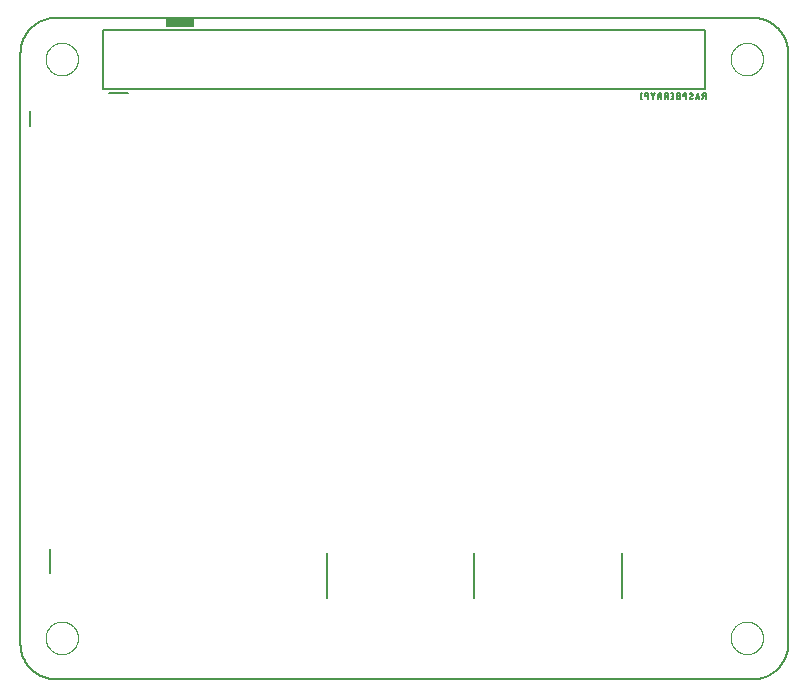
<source format=gbo>
G04 EAGLE Gerber RS-274X export*
G75*
%MOMM*%
%FSLAX34Y34*%
%LPD*%
%INSilk bottom*%
%IPPOS*%
%AMOC8*
5,1,8,0,0,1.08239X$1,22.5*%
G01*
%ADD10C,0.000000*%
%ADD11C,0.152400*%
%ADD12C,0.203200*%
%ADD13C,0.127000*%

G36*
X146005Y551954D02*
X146005Y551954D01*
X146008Y551951D01*
X146317Y552000D01*
X146325Y552008D01*
X146331Y552005D01*
X146610Y552147D01*
X146615Y552157D01*
X146623Y552156D01*
X146844Y552377D01*
X146845Y552389D01*
X146853Y552390D01*
X146995Y552669D01*
X146994Y552673D01*
X146998Y552676D01*
X146995Y552680D01*
X147000Y552683D01*
X147049Y552992D01*
X147046Y552997D01*
X147049Y553000D01*
X147049Y560000D01*
X147013Y560047D01*
X147006Y560042D01*
X147000Y560049D01*
X123000Y560049D01*
X122953Y560013D01*
X122958Y560006D01*
X122951Y560000D01*
X122951Y553000D01*
X122954Y552995D01*
X122951Y552992D01*
X123000Y552683D01*
X123008Y552675D01*
X123005Y552669D01*
X123147Y552390D01*
X123157Y552385D01*
X123156Y552377D01*
X123377Y552156D01*
X123389Y552155D01*
X123390Y552147D01*
X123669Y552005D01*
X123680Y552007D01*
X123683Y552000D01*
X123992Y551951D01*
X123997Y551954D01*
X124000Y551951D01*
X146000Y551951D01*
X146005Y551954D01*
G37*
D10*
X21250Y525000D02*
X21254Y525337D01*
X21267Y525675D01*
X21287Y526012D01*
X21316Y526348D01*
X21353Y526683D01*
X21399Y527018D01*
X21452Y527351D01*
X21514Y527682D01*
X21584Y528013D01*
X21662Y528341D01*
X21748Y528667D01*
X21842Y528991D01*
X21944Y529313D01*
X22054Y529632D01*
X22171Y529949D01*
X22297Y530262D01*
X22430Y530572D01*
X22570Y530879D01*
X22718Y531182D01*
X22874Y531482D01*
X23036Y531777D01*
X23206Y532069D01*
X23383Y532356D01*
X23567Y532639D01*
X23758Y532917D01*
X23956Y533191D01*
X24160Y533459D01*
X24371Y533723D01*
X24588Y533981D01*
X24812Y534234D01*
X25042Y534481D01*
X25277Y534723D01*
X25519Y534958D01*
X25766Y535188D01*
X26019Y535412D01*
X26277Y535629D01*
X26541Y535840D01*
X26809Y536044D01*
X27083Y536242D01*
X27361Y536433D01*
X27644Y536617D01*
X27931Y536794D01*
X28223Y536964D01*
X28518Y537126D01*
X28818Y537282D01*
X29121Y537430D01*
X29428Y537570D01*
X29738Y537703D01*
X30051Y537829D01*
X30368Y537946D01*
X30687Y538056D01*
X31009Y538158D01*
X31333Y538252D01*
X31659Y538338D01*
X31987Y538416D01*
X32318Y538486D01*
X32649Y538548D01*
X32982Y538601D01*
X33317Y538647D01*
X33652Y538684D01*
X33988Y538713D01*
X34325Y538733D01*
X34663Y538746D01*
X35000Y538750D01*
X35337Y538746D01*
X35675Y538733D01*
X36012Y538713D01*
X36348Y538684D01*
X36683Y538647D01*
X37018Y538601D01*
X37351Y538548D01*
X37682Y538486D01*
X38013Y538416D01*
X38341Y538338D01*
X38667Y538252D01*
X38991Y538158D01*
X39313Y538056D01*
X39632Y537946D01*
X39949Y537829D01*
X40262Y537703D01*
X40572Y537570D01*
X40879Y537430D01*
X41182Y537282D01*
X41482Y537126D01*
X41777Y536964D01*
X42069Y536794D01*
X42356Y536617D01*
X42639Y536433D01*
X42917Y536242D01*
X43191Y536044D01*
X43459Y535840D01*
X43723Y535629D01*
X43981Y535412D01*
X44234Y535188D01*
X44481Y534958D01*
X44723Y534723D01*
X44958Y534481D01*
X45188Y534234D01*
X45412Y533981D01*
X45629Y533723D01*
X45840Y533459D01*
X46044Y533191D01*
X46242Y532917D01*
X46433Y532639D01*
X46617Y532356D01*
X46794Y532069D01*
X46964Y531777D01*
X47126Y531482D01*
X47282Y531182D01*
X47430Y530879D01*
X47570Y530572D01*
X47703Y530262D01*
X47829Y529949D01*
X47946Y529632D01*
X48056Y529313D01*
X48158Y528991D01*
X48252Y528667D01*
X48338Y528341D01*
X48416Y528013D01*
X48486Y527682D01*
X48548Y527351D01*
X48601Y527018D01*
X48647Y526683D01*
X48684Y526348D01*
X48713Y526012D01*
X48733Y525675D01*
X48746Y525337D01*
X48750Y525000D01*
X48746Y524663D01*
X48733Y524325D01*
X48713Y523988D01*
X48684Y523652D01*
X48647Y523317D01*
X48601Y522982D01*
X48548Y522649D01*
X48486Y522318D01*
X48416Y521987D01*
X48338Y521659D01*
X48252Y521333D01*
X48158Y521009D01*
X48056Y520687D01*
X47946Y520368D01*
X47829Y520051D01*
X47703Y519738D01*
X47570Y519428D01*
X47430Y519121D01*
X47282Y518818D01*
X47126Y518518D01*
X46964Y518223D01*
X46794Y517931D01*
X46617Y517644D01*
X46433Y517361D01*
X46242Y517083D01*
X46044Y516809D01*
X45840Y516541D01*
X45629Y516277D01*
X45412Y516019D01*
X45188Y515766D01*
X44958Y515519D01*
X44723Y515277D01*
X44481Y515042D01*
X44234Y514812D01*
X43981Y514588D01*
X43723Y514371D01*
X43459Y514160D01*
X43191Y513956D01*
X42917Y513758D01*
X42639Y513567D01*
X42356Y513383D01*
X42069Y513206D01*
X41777Y513036D01*
X41482Y512874D01*
X41182Y512718D01*
X40879Y512570D01*
X40572Y512430D01*
X40262Y512297D01*
X39949Y512171D01*
X39632Y512054D01*
X39313Y511944D01*
X38991Y511842D01*
X38667Y511748D01*
X38341Y511662D01*
X38013Y511584D01*
X37682Y511514D01*
X37351Y511452D01*
X37018Y511399D01*
X36683Y511353D01*
X36348Y511316D01*
X36012Y511287D01*
X35675Y511267D01*
X35337Y511254D01*
X35000Y511250D01*
X34663Y511254D01*
X34325Y511267D01*
X33988Y511287D01*
X33652Y511316D01*
X33317Y511353D01*
X32982Y511399D01*
X32649Y511452D01*
X32318Y511514D01*
X31987Y511584D01*
X31659Y511662D01*
X31333Y511748D01*
X31009Y511842D01*
X30687Y511944D01*
X30368Y512054D01*
X30051Y512171D01*
X29738Y512297D01*
X29428Y512430D01*
X29121Y512570D01*
X28818Y512718D01*
X28518Y512874D01*
X28223Y513036D01*
X27931Y513206D01*
X27644Y513383D01*
X27361Y513567D01*
X27083Y513758D01*
X26809Y513956D01*
X26541Y514160D01*
X26277Y514371D01*
X26019Y514588D01*
X25766Y514812D01*
X25519Y515042D01*
X25277Y515277D01*
X25042Y515519D01*
X24812Y515766D01*
X24588Y516019D01*
X24371Y516277D01*
X24160Y516541D01*
X23956Y516809D01*
X23758Y517083D01*
X23567Y517361D01*
X23383Y517644D01*
X23206Y517931D01*
X23036Y518223D01*
X22874Y518518D01*
X22718Y518818D01*
X22570Y519121D01*
X22430Y519428D01*
X22297Y519738D01*
X22171Y520051D01*
X22054Y520368D01*
X21944Y520687D01*
X21842Y521009D01*
X21748Y521333D01*
X21662Y521659D01*
X21584Y521987D01*
X21514Y522318D01*
X21452Y522649D01*
X21399Y522982D01*
X21353Y523317D01*
X21316Y523652D01*
X21287Y523988D01*
X21267Y524325D01*
X21254Y524663D01*
X21250Y525000D01*
X601250Y525000D02*
X601254Y525337D01*
X601267Y525675D01*
X601287Y526012D01*
X601316Y526348D01*
X601353Y526683D01*
X601399Y527018D01*
X601452Y527351D01*
X601514Y527682D01*
X601584Y528013D01*
X601662Y528341D01*
X601748Y528667D01*
X601842Y528991D01*
X601944Y529313D01*
X602054Y529632D01*
X602171Y529949D01*
X602297Y530262D01*
X602430Y530572D01*
X602570Y530879D01*
X602718Y531182D01*
X602874Y531482D01*
X603036Y531777D01*
X603206Y532069D01*
X603383Y532356D01*
X603567Y532639D01*
X603758Y532917D01*
X603956Y533191D01*
X604160Y533459D01*
X604371Y533723D01*
X604588Y533981D01*
X604812Y534234D01*
X605042Y534481D01*
X605277Y534723D01*
X605519Y534958D01*
X605766Y535188D01*
X606019Y535412D01*
X606277Y535629D01*
X606541Y535840D01*
X606809Y536044D01*
X607083Y536242D01*
X607361Y536433D01*
X607644Y536617D01*
X607931Y536794D01*
X608223Y536964D01*
X608518Y537126D01*
X608818Y537282D01*
X609121Y537430D01*
X609428Y537570D01*
X609738Y537703D01*
X610051Y537829D01*
X610368Y537946D01*
X610687Y538056D01*
X611009Y538158D01*
X611333Y538252D01*
X611659Y538338D01*
X611987Y538416D01*
X612318Y538486D01*
X612649Y538548D01*
X612982Y538601D01*
X613317Y538647D01*
X613652Y538684D01*
X613988Y538713D01*
X614325Y538733D01*
X614663Y538746D01*
X615000Y538750D01*
X615337Y538746D01*
X615675Y538733D01*
X616012Y538713D01*
X616348Y538684D01*
X616683Y538647D01*
X617018Y538601D01*
X617351Y538548D01*
X617682Y538486D01*
X618013Y538416D01*
X618341Y538338D01*
X618667Y538252D01*
X618991Y538158D01*
X619313Y538056D01*
X619632Y537946D01*
X619949Y537829D01*
X620262Y537703D01*
X620572Y537570D01*
X620879Y537430D01*
X621182Y537282D01*
X621482Y537126D01*
X621777Y536964D01*
X622069Y536794D01*
X622356Y536617D01*
X622639Y536433D01*
X622917Y536242D01*
X623191Y536044D01*
X623459Y535840D01*
X623723Y535629D01*
X623981Y535412D01*
X624234Y535188D01*
X624481Y534958D01*
X624723Y534723D01*
X624958Y534481D01*
X625188Y534234D01*
X625412Y533981D01*
X625629Y533723D01*
X625840Y533459D01*
X626044Y533191D01*
X626242Y532917D01*
X626433Y532639D01*
X626617Y532356D01*
X626794Y532069D01*
X626964Y531777D01*
X627126Y531482D01*
X627282Y531182D01*
X627430Y530879D01*
X627570Y530572D01*
X627703Y530262D01*
X627829Y529949D01*
X627946Y529632D01*
X628056Y529313D01*
X628158Y528991D01*
X628252Y528667D01*
X628338Y528341D01*
X628416Y528013D01*
X628486Y527682D01*
X628548Y527351D01*
X628601Y527018D01*
X628647Y526683D01*
X628684Y526348D01*
X628713Y526012D01*
X628733Y525675D01*
X628746Y525337D01*
X628750Y525000D01*
X628746Y524663D01*
X628733Y524325D01*
X628713Y523988D01*
X628684Y523652D01*
X628647Y523317D01*
X628601Y522982D01*
X628548Y522649D01*
X628486Y522318D01*
X628416Y521987D01*
X628338Y521659D01*
X628252Y521333D01*
X628158Y521009D01*
X628056Y520687D01*
X627946Y520368D01*
X627829Y520051D01*
X627703Y519738D01*
X627570Y519428D01*
X627430Y519121D01*
X627282Y518818D01*
X627126Y518518D01*
X626964Y518223D01*
X626794Y517931D01*
X626617Y517644D01*
X626433Y517361D01*
X626242Y517083D01*
X626044Y516809D01*
X625840Y516541D01*
X625629Y516277D01*
X625412Y516019D01*
X625188Y515766D01*
X624958Y515519D01*
X624723Y515277D01*
X624481Y515042D01*
X624234Y514812D01*
X623981Y514588D01*
X623723Y514371D01*
X623459Y514160D01*
X623191Y513956D01*
X622917Y513758D01*
X622639Y513567D01*
X622356Y513383D01*
X622069Y513206D01*
X621777Y513036D01*
X621482Y512874D01*
X621182Y512718D01*
X620879Y512570D01*
X620572Y512430D01*
X620262Y512297D01*
X619949Y512171D01*
X619632Y512054D01*
X619313Y511944D01*
X618991Y511842D01*
X618667Y511748D01*
X618341Y511662D01*
X618013Y511584D01*
X617682Y511514D01*
X617351Y511452D01*
X617018Y511399D01*
X616683Y511353D01*
X616348Y511316D01*
X616012Y511287D01*
X615675Y511267D01*
X615337Y511254D01*
X615000Y511250D01*
X614663Y511254D01*
X614325Y511267D01*
X613988Y511287D01*
X613652Y511316D01*
X613317Y511353D01*
X612982Y511399D01*
X612649Y511452D01*
X612318Y511514D01*
X611987Y511584D01*
X611659Y511662D01*
X611333Y511748D01*
X611009Y511842D01*
X610687Y511944D01*
X610368Y512054D01*
X610051Y512171D01*
X609738Y512297D01*
X609428Y512430D01*
X609121Y512570D01*
X608818Y512718D01*
X608518Y512874D01*
X608223Y513036D01*
X607931Y513206D01*
X607644Y513383D01*
X607361Y513567D01*
X607083Y513758D01*
X606809Y513956D01*
X606541Y514160D01*
X606277Y514371D01*
X606019Y514588D01*
X605766Y514812D01*
X605519Y515042D01*
X605277Y515277D01*
X605042Y515519D01*
X604812Y515766D01*
X604588Y516019D01*
X604371Y516277D01*
X604160Y516541D01*
X603956Y516809D01*
X603758Y517083D01*
X603567Y517361D01*
X603383Y517644D01*
X603206Y517931D01*
X603036Y518223D01*
X602874Y518518D01*
X602718Y518818D01*
X602570Y519121D01*
X602430Y519428D01*
X602297Y519738D01*
X602171Y520051D01*
X602054Y520368D01*
X601944Y520687D01*
X601842Y521009D01*
X601748Y521333D01*
X601662Y521659D01*
X601584Y521987D01*
X601514Y522318D01*
X601452Y522649D01*
X601399Y522982D01*
X601353Y523317D01*
X601316Y523652D01*
X601287Y523988D01*
X601267Y524325D01*
X601254Y524663D01*
X601250Y525000D01*
X21250Y35000D02*
X21254Y35337D01*
X21267Y35675D01*
X21287Y36012D01*
X21316Y36348D01*
X21353Y36683D01*
X21399Y37018D01*
X21452Y37351D01*
X21514Y37682D01*
X21584Y38013D01*
X21662Y38341D01*
X21748Y38667D01*
X21842Y38991D01*
X21944Y39313D01*
X22054Y39632D01*
X22171Y39949D01*
X22297Y40262D01*
X22430Y40572D01*
X22570Y40879D01*
X22718Y41182D01*
X22874Y41482D01*
X23036Y41777D01*
X23206Y42069D01*
X23383Y42356D01*
X23567Y42639D01*
X23758Y42917D01*
X23956Y43191D01*
X24160Y43459D01*
X24371Y43723D01*
X24588Y43981D01*
X24812Y44234D01*
X25042Y44481D01*
X25277Y44723D01*
X25519Y44958D01*
X25766Y45188D01*
X26019Y45412D01*
X26277Y45629D01*
X26541Y45840D01*
X26809Y46044D01*
X27083Y46242D01*
X27361Y46433D01*
X27644Y46617D01*
X27931Y46794D01*
X28223Y46964D01*
X28518Y47126D01*
X28818Y47282D01*
X29121Y47430D01*
X29428Y47570D01*
X29738Y47703D01*
X30051Y47829D01*
X30368Y47946D01*
X30687Y48056D01*
X31009Y48158D01*
X31333Y48252D01*
X31659Y48338D01*
X31987Y48416D01*
X32318Y48486D01*
X32649Y48548D01*
X32982Y48601D01*
X33317Y48647D01*
X33652Y48684D01*
X33988Y48713D01*
X34325Y48733D01*
X34663Y48746D01*
X35000Y48750D01*
X35337Y48746D01*
X35675Y48733D01*
X36012Y48713D01*
X36348Y48684D01*
X36683Y48647D01*
X37018Y48601D01*
X37351Y48548D01*
X37682Y48486D01*
X38013Y48416D01*
X38341Y48338D01*
X38667Y48252D01*
X38991Y48158D01*
X39313Y48056D01*
X39632Y47946D01*
X39949Y47829D01*
X40262Y47703D01*
X40572Y47570D01*
X40879Y47430D01*
X41182Y47282D01*
X41482Y47126D01*
X41777Y46964D01*
X42069Y46794D01*
X42356Y46617D01*
X42639Y46433D01*
X42917Y46242D01*
X43191Y46044D01*
X43459Y45840D01*
X43723Y45629D01*
X43981Y45412D01*
X44234Y45188D01*
X44481Y44958D01*
X44723Y44723D01*
X44958Y44481D01*
X45188Y44234D01*
X45412Y43981D01*
X45629Y43723D01*
X45840Y43459D01*
X46044Y43191D01*
X46242Y42917D01*
X46433Y42639D01*
X46617Y42356D01*
X46794Y42069D01*
X46964Y41777D01*
X47126Y41482D01*
X47282Y41182D01*
X47430Y40879D01*
X47570Y40572D01*
X47703Y40262D01*
X47829Y39949D01*
X47946Y39632D01*
X48056Y39313D01*
X48158Y38991D01*
X48252Y38667D01*
X48338Y38341D01*
X48416Y38013D01*
X48486Y37682D01*
X48548Y37351D01*
X48601Y37018D01*
X48647Y36683D01*
X48684Y36348D01*
X48713Y36012D01*
X48733Y35675D01*
X48746Y35337D01*
X48750Y35000D01*
X48746Y34663D01*
X48733Y34325D01*
X48713Y33988D01*
X48684Y33652D01*
X48647Y33317D01*
X48601Y32982D01*
X48548Y32649D01*
X48486Y32318D01*
X48416Y31987D01*
X48338Y31659D01*
X48252Y31333D01*
X48158Y31009D01*
X48056Y30687D01*
X47946Y30368D01*
X47829Y30051D01*
X47703Y29738D01*
X47570Y29428D01*
X47430Y29121D01*
X47282Y28818D01*
X47126Y28518D01*
X46964Y28223D01*
X46794Y27931D01*
X46617Y27644D01*
X46433Y27361D01*
X46242Y27083D01*
X46044Y26809D01*
X45840Y26541D01*
X45629Y26277D01*
X45412Y26019D01*
X45188Y25766D01*
X44958Y25519D01*
X44723Y25277D01*
X44481Y25042D01*
X44234Y24812D01*
X43981Y24588D01*
X43723Y24371D01*
X43459Y24160D01*
X43191Y23956D01*
X42917Y23758D01*
X42639Y23567D01*
X42356Y23383D01*
X42069Y23206D01*
X41777Y23036D01*
X41482Y22874D01*
X41182Y22718D01*
X40879Y22570D01*
X40572Y22430D01*
X40262Y22297D01*
X39949Y22171D01*
X39632Y22054D01*
X39313Y21944D01*
X38991Y21842D01*
X38667Y21748D01*
X38341Y21662D01*
X38013Y21584D01*
X37682Y21514D01*
X37351Y21452D01*
X37018Y21399D01*
X36683Y21353D01*
X36348Y21316D01*
X36012Y21287D01*
X35675Y21267D01*
X35337Y21254D01*
X35000Y21250D01*
X34663Y21254D01*
X34325Y21267D01*
X33988Y21287D01*
X33652Y21316D01*
X33317Y21353D01*
X32982Y21399D01*
X32649Y21452D01*
X32318Y21514D01*
X31987Y21584D01*
X31659Y21662D01*
X31333Y21748D01*
X31009Y21842D01*
X30687Y21944D01*
X30368Y22054D01*
X30051Y22171D01*
X29738Y22297D01*
X29428Y22430D01*
X29121Y22570D01*
X28818Y22718D01*
X28518Y22874D01*
X28223Y23036D01*
X27931Y23206D01*
X27644Y23383D01*
X27361Y23567D01*
X27083Y23758D01*
X26809Y23956D01*
X26541Y24160D01*
X26277Y24371D01*
X26019Y24588D01*
X25766Y24812D01*
X25519Y25042D01*
X25277Y25277D01*
X25042Y25519D01*
X24812Y25766D01*
X24588Y26019D01*
X24371Y26277D01*
X24160Y26541D01*
X23956Y26809D01*
X23758Y27083D01*
X23567Y27361D01*
X23383Y27644D01*
X23206Y27931D01*
X23036Y28223D01*
X22874Y28518D01*
X22718Y28818D01*
X22570Y29121D01*
X22430Y29428D01*
X22297Y29738D01*
X22171Y30051D01*
X22054Y30368D01*
X21944Y30687D01*
X21842Y31009D01*
X21748Y31333D01*
X21662Y31659D01*
X21584Y31987D01*
X21514Y32318D01*
X21452Y32649D01*
X21399Y32982D01*
X21353Y33317D01*
X21316Y33652D01*
X21287Y33988D01*
X21267Y34325D01*
X21254Y34663D01*
X21250Y35000D01*
X601250Y35000D02*
X601254Y35337D01*
X601267Y35675D01*
X601287Y36012D01*
X601316Y36348D01*
X601353Y36683D01*
X601399Y37018D01*
X601452Y37351D01*
X601514Y37682D01*
X601584Y38013D01*
X601662Y38341D01*
X601748Y38667D01*
X601842Y38991D01*
X601944Y39313D01*
X602054Y39632D01*
X602171Y39949D01*
X602297Y40262D01*
X602430Y40572D01*
X602570Y40879D01*
X602718Y41182D01*
X602874Y41482D01*
X603036Y41777D01*
X603206Y42069D01*
X603383Y42356D01*
X603567Y42639D01*
X603758Y42917D01*
X603956Y43191D01*
X604160Y43459D01*
X604371Y43723D01*
X604588Y43981D01*
X604812Y44234D01*
X605042Y44481D01*
X605277Y44723D01*
X605519Y44958D01*
X605766Y45188D01*
X606019Y45412D01*
X606277Y45629D01*
X606541Y45840D01*
X606809Y46044D01*
X607083Y46242D01*
X607361Y46433D01*
X607644Y46617D01*
X607931Y46794D01*
X608223Y46964D01*
X608518Y47126D01*
X608818Y47282D01*
X609121Y47430D01*
X609428Y47570D01*
X609738Y47703D01*
X610051Y47829D01*
X610368Y47946D01*
X610687Y48056D01*
X611009Y48158D01*
X611333Y48252D01*
X611659Y48338D01*
X611987Y48416D01*
X612318Y48486D01*
X612649Y48548D01*
X612982Y48601D01*
X613317Y48647D01*
X613652Y48684D01*
X613988Y48713D01*
X614325Y48733D01*
X614663Y48746D01*
X615000Y48750D01*
X615337Y48746D01*
X615675Y48733D01*
X616012Y48713D01*
X616348Y48684D01*
X616683Y48647D01*
X617018Y48601D01*
X617351Y48548D01*
X617682Y48486D01*
X618013Y48416D01*
X618341Y48338D01*
X618667Y48252D01*
X618991Y48158D01*
X619313Y48056D01*
X619632Y47946D01*
X619949Y47829D01*
X620262Y47703D01*
X620572Y47570D01*
X620879Y47430D01*
X621182Y47282D01*
X621482Y47126D01*
X621777Y46964D01*
X622069Y46794D01*
X622356Y46617D01*
X622639Y46433D01*
X622917Y46242D01*
X623191Y46044D01*
X623459Y45840D01*
X623723Y45629D01*
X623981Y45412D01*
X624234Y45188D01*
X624481Y44958D01*
X624723Y44723D01*
X624958Y44481D01*
X625188Y44234D01*
X625412Y43981D01*
X625629Y43723D01*
X625840Y43459D01*
X626044Y43191D01*
X626242Y42917D01*
X626433Y42639D01*
X626617Y42356D01*
X626794Y42069D01*
X626964Y41777D01*
X627126Y41482D01*
X627282Y41182D01*
X627430Y40879D01*
X627570Y40572D01*
X627703Y40262D01*
X627829Y39949D01*
X627946Y39632D01*
X628056Y39313D01*
X628158Y38991D01*
X628252Y38667D01*
X628338Y38341D01*
X628416Y38013D01*
X628486Y37682D01*
X628548Y37351D01*
X628601Y37018D01*
X628647Y36683D01*
X628684Y36348D01*
X628713Y36012D01*
X628733Y35675D01*
X628746Y35337D01*
X628750Y35000D01*
X628746Y34663D01*
X628733Y34325D01*
X628713Y33988D01*
X628684Y33652D01*
X628647Y33317D01*
X628601Y32982D01*
X628548Y32649D01*
X628486Y32318D01*
X628416Y31987D01*
X628338Y31659D01*
X628252Y31333D01*
X628158Y31009D01*
X628056Y30687D01*
X627946Y30368D01*
X627829Y30051D01*
X627703Y29738D01*
X627570Y29428D01*
X627430Y29121D01*
X627282Y28818D01*
X627126Y28518D01*
X626964Y28223D01*
X626794Y27931D01*
X626617Y27644D01*
X626433Y27361D01*
X626242Y27083D01*
X626044Y26809D01*
X625840Y26541D01*
X625629Y26277D01*
X625412Y26019D01*
X625188Y25766D01*
X624958Y25519D01*
X624723Y25277D01*
X624481Y25042D01*
X624234Y24812D01*
X623981Y24588D01*
X623723Y24371D01*
X623459Y24160D01*
X623191Y23956D01*
X622917Y23758D01*
X622639Y23567D01*
X622356Y23383D01*
X622069Y23206D01*
X621777Y23036D01*
X621482Y22874D01*
X621182Y22718D01*
X620879Y22570D01*
X620572Y22430D01*
X620262Y22297D01*
X619949Y22171D01*
X619632Y22054D01*
X619313Y21944D01*
X618991Y21842D01*
X618667Y21748D01*
X618341Y21662D01*
X618013Y21584D01*
X617682Y21514D01*
X617351Y21452D01*
X617018Y21399D01*
X616683Y21353D01*
X616348Y21316D01*
X616012Y21287D01*
X615675Y21267D01*
X615337Y21254D01*
X615000Y21250D01*
X614663Y21254D01*
X614325Y21267D01*
X613988Y21287D01*
X613652Y21316D01*
X613317Y21353D01*
X612982Y21399D01*
X612649Y21452D01*
X612318Y21514D01*
X611987Y21584D01*
X611659Y21662D01*
X611333Y21748D01*
X611009Y21842D01*
X610687Y21944D01*
X610368Y22054D01*
X610051Y22171D01*
X609738Y22297D01*
X609428Y22430D01*
X609121Y22570D01*
X608818Y22718D01*
X608518Y22874D01*
X608223Y23036D01*
X607931Y23206D01*
X607644Y23383D01*
X607361Y23567D01*
X607083Y23758D01*
X606809Y23956D01*
X606541Y24160D01*
X606277Y24371D01*
X606019Y24588D01*
X605766Y24812D01*
X605519Y25042D01*
X605277Y25277D01*
X605042Y25519D01*
X604812Y25766D01*
X604588Y26019D01*
X604371Y26277D01*
X604160Y26541D01*
X603956Y26809D01*
X603758Y27083D01*
X603567Y27361D01*
X603383Y27644D01*
X603206Y27931D01*
X603036Y28223D01*
X602874Y28518D01*
X602718Y28818D01*
X602570Y29121D01*
X602430Y29428D01*
X602297Y29738D01*
X602171Y30051D01*
X602054Y30368D01*
X601944Y30687D01*
X601842Y31009D01*
X601748Y31333D01*
X601662Y31659D01*
X601584Y31987D01*
X601514Y32318D01*
X601452Y32649D01*
X601399Y32982D01*
X601353Y33317D01*
X601316Y33652D01*
X601287Y33988D01*
X601267Y34325D01*
X601254Y34663D01*
X601250Y35000D01*
D11*
X91000Y496000D02*
X75000Y496000D01*
X25000Y110000D02*
X25000Y90000D01*
X70000Y500000D02*
X580000Y500000D01*
X580000Y550000D01*
X70000Y550000D01*
X70000Y500000D01*
D12*
X30000Y0D02*
X620000Y0D01*
X620725Y9D01*
X621449Y35D01*
X622173Y79D01*
X622895Y140D01*
X623616Y219D01*
X624335Y315D01*
X625051Y428D01*
X625764Y559D01*
X626474Y707D01*
X627179Y872D01*
X627881Y1054D01*
X628578Y1253D01*
X629271Y1468D01*
X629957Y1701D01*
X630638Y1950D01*
X631313Y2215D01*
X631981Y2496D01*
X632642Y2794D01*
X633296Y3107D01*
X633942Y3436D01*
X634580Y3781D01*
X635209Y4141D01*
X635829Y4516D01*
X636440Y4906D01*
X637042Y5310D01*
X637634Y5729D01*
X638215Y6163D01*
X638786Y6610D01*
X639345Y7071D01*
X639894Y7545D01*
X640430Y8032D01*
X640955Y8532D01*
X641468Y9045D01*
X641968Y9570D01*
X642455Y10106D01*
X642929Y10655D01*
X643390Y11214D01*
X643837Y11785D01*
X644271Y12366D01*
X644690Y12958D01*
X645094Y13560D01*
X645484Y14171D01*
X645859Y14791D01*
X646219Y15420D01*
X646564Y16058D01*
X646893Y16704D01*
X647206Y17358D01*
X647504Y18019D01*
X647785Y18687D01*
X648050Y19362D01*
X648299Y20043D01*
X648532Y20729D01*
X648747Y21422D01*
X648946Y22119D01*
X649128Y22821D01*
X649293Y23526D01*
X649441Y24236D01*
X649572Y24949D01*
X649685Y25665D01*
X649781Y26384D01*
X649860Y27105D01*
X649921Y27827D01*
X649965Y28551D01*
X649991Y29275D01*
X650000Y30000D01*
X650000Y530000D01*
X649991Y530725D01*
X649965Y531449D01*
X649921Y532173D01*
X649860Y532895D01*
X649781Y533616D01*
X649685Y534335D01*
X649572Y535051D01*
X649441Y535764D01*
X649293Y536474D01*
X649128Y537179D01*
X648946Y537881D01*
X648747Y538578D01*
X648532Y539271D01*
X648299Y539957D01*
X648050Y540638D01*
X647785Y541313D01*
X647504Y541981D01*
X647206Y542642D01*
X646893Y543296D01*
X646564Y543942D01*
X646219Y544580D01*
X645859Y545209D01*
X645484Y545829D01*
X645094Y546440D01*
X644690Y547042D01*
X644271Y547634D01*
X643837Y548215D01*
X643390Y548786D01*
X642929Y549345D01*
X642455Y549894D01*
X641968Y550430D01*
X641468Y550955D01*
X640955Y551468D01*
X640430Y551968D01*
X639894Y552455D01*
X639345Y552929D01*
X638786Y553390D01*
X638215Y553837D01*
X637634Y554271D01*
X637042Y554690D01*
X636440Y555094D01*
X635829Y555484D01*
X635209Y555859D01*
X634580Y556219D01*
X633942Y556564D01*
X633296Y556893D01*
X632642Y557206D01*
X631981Y557504D01*
X631313Y557785D01*
X630638Y558050D01*
X629957Y558299D01*
X629271Y558532D01*
X628578Y558747D01*
X627881Y558946D01*
X627179Y559128D01*
X626474Y559293D01*
X625764Y559441D01*
X625051Y559572D01*
X624335Y559685D01*
X623616Y559781D01*
X622895Y559860D01*
X622173Y559921D01*
X621449Y559965D01*
X620725Y559991D01*
X620000Y560000D01*
X30000Y560000D01*
X29275Y559991D01*
X28551Y559965D01*
X27827Y559921D01*
X27105Y559860D01*
X26384Y559781D01*
X25665Y559685D01*
X24949Y559572D01*
X24236Y559441D01*
X23526Y559293D01*
X22821Y559128D01*
X22119Y558946D01*
X21422Y558747D01*
X20729Y558532D01*
X20043Y558299D01*
X19362Y558050D01*
X18687Y557785D01*
X18019Y557504D01*
X17358Y557206D01*
X16704Y556893D01*
X16058Y556564D01*
X15420Y556219D01*
X14791Y555859D01*
X14171Y555484D01*
X13560Y555094D01*
X12958Y554690D01*
X12366Y554271D01*
X11785Y553837D01*
X11214Y553390D01*
X10655Y552929D01*
X10106Y552455D01*
X9570Y551968D01*
X9045Y551468D01*
X8532Y550955D01*
X8032Y550430D01*
X7545Y549894D01*
X7071Y549345D01*
X6610Y548786D01*
X6163Y548215D01*
X5729Y547634D01*
X5310Y547042D01*
X4906Y546440D01*
X4516Y545829D01*
X4141Y545209D01*
X3781Y544580D01*
X3436Y543942D01*
X3107Y543296D01*
X2794Y542642D01*
X2496Y541981D01*
X2215Y541313D01*
X1950Y540638D01*
X1701Y539957D01*
X1468Y539271D01*
X1253Y538578D01*
X1054Y537881D01*
X872Y537179D01*
X707Y536474D01*
X559Y535764D01*
X428Y535051D01*
X315Y534335D01*
X219Y533616D01*
X140Y532895D01*
X79Y532173D01*
X35Y531449D01*
X9Y530725D01*
X0Y530000D01*
X0Y30000D01*
X9Y29275D01*
X35Y28551D01*
X79Y27827D01*
X140Y27105D01*
X219Y26384D01*
X315Y25665D01*
X428Y24949D01*
X559Y24236D01*
X707Y23526D01*
X872Y22821D01*
X1054Y22119D01*
X1253Y21422D01*
X1468Y20729D01*
X1701Y20043D01*
X1950Y19362D01*
X2215Y18687D01*
X2496Y18019D01*
X2794Y17358D01*
X3107Y16704D01*
X3436Y16058D01*
X3781Y15420D01*
X4141Y14791D01*
X4516Y14171D01*
X4906Y13560D01*
X5310Y12958D01*
X5729Y12366D01*
X6163Y11785D01*
X6610Y11214D01*
X7071Y10655D01*
X7545Y10106D01*
X8032Y9570D01*
X8532Y9045D01*
X9045Y8532D01*
X9570Y8032D01*
X10106Y7545D01*
X10655Y7071D01*
X11214Y6610D01*
X11785Y6163D01*
X12366Y5729D01*
X12958Y5310D01*
X13560Y4906D01*
X14171Y4516D01*
X14791Y4141D01*
X15420Y3781D01*
X16058Y3436D01*
X16704Y3107D01*
X17358Y2794D01*
X18019Y2496D01*
X18687Y2215D01*
X19362Y1950D01*
X20043Y1701D01*
X20729Y1468D01*
X21422Y1253D01*
X22119Y1054D01*
X22821Y872D01*
X23526Y707D01*
X24236Y559D01*
X24949Y428D01*
X25665Y315D01*
X26384Y219D01*
X27105Y140D01*
X27827Y79D01*
X28551Y35D01*
X29275Y9D01*
X30000Y0D01*
X8490Y468650D02*
X8490Y481350D01*
X259400Y107050D02*
X259400Y68950D01*
X384400Y68950D02*
X384400Y107050D01*
X509400Y107050D02*
X509400Y68950D01*
D13*
X580065Y491275D02*
X580065Y496101D01*
X578724Y496101D01*
X578653Y496099D01*
X578581Y496093D01*
X578511Y496084D01*
X578441Y496071D01*
X578371Y496054D01*
X578303Y496033D01*
X578236Y496009D01*
X578170Y495981D01*
X578106Y495950D01*
X578043Y495915D01*
X577983Y495877D01*
X577924Y495836D01*
X577868Y495792D01*
X577814Y495745D01*
X577763Y495696D01*
X577715Y495643D01*
X577669Y495588D01*
X577627Y495531D01*
X577587Y495471D01*
X577551Y495410D01*
X577518Y495346D01*
X577489Y495281D01*
X577463Y495215D01*
X577440Y495147D01*
X577421Y495078D01*
X577406Y495008D01*
X577395Y494938D01*
X577387Y494867D01*
X577383Y494796D01*
X577383Y494724D01*
X577387Y494653D01*
X577395Y494582D01*
X577406Y494512D01*
X577421Y494442D01*
X577440Y494373D01*
X577463Y494305D01*
X577489Y494239D01*
X577518Y494174D01*
X577551Y494110D01*
X577587Y494049D01*
X577627Y493989D01*
X577669Y493932D01*
X577715Y493877D01*
X577763Y493824D01*
X577814Y493775D01*
X577868Y493728D01*
X577924Y493684D01*
X577983Y493643D01*
X578043Y493605D01*
X578106Y493570D01*
X578170Y493539D01*
X578236Y493511D01*
X578303Y493487D01*
X578371Y493466D01*
X578441Y493449D01*
X578511Y493436D01*
X578581Y493427D01*
X578653Y493421D01*
X578724Y493419D01*
X578724Y493420D02*
X580065Y493420D01*
X578456Y493420D02*
X577384Y491275D01*
X574910Y491275D02*
X573302Y496101D01*
X571693Y491275D01*
X572095Y492482D02*
X574508Y492482D01*
X567730Y491275D02*
X567665Y491277D01*
X567601Y491283D01*
X567537Y491293D01*
X567473Y491306D01*
X567411Y491324D01*
X567350Y491345D01*
X567290Y491369D01*
X567232Y491398D01*
X567175Y491430D01*
X567121Y491465D01*
X567069Y491503D01*
X567019Y491545D01*
X566972Y491589D01*
X566928Y491636D01*
X566886Y491686D01*
X566848Y491738D01*
X566813Y491792D01*
X566781Y491849D01*
X566752Y491907D01*
X566728Y491967D01*
X566707Y492028D01*
X566689Y492090D01*
X566676Y492154D01*
X566666Y492218D01*
X566660Y492282D01*
X566658Y492347D01*
X567730Y491275D02*
X567824Y491277D01*
X567918Y491283D01*
X568012Y491293D01*
X568105Y491306D01*
X568197Y491324D01*
X568289Y491345D01*
X568380Y491370D01*
X568470Y491399D01*
X568558Y491432D01*
X568645Y491468D01*
X568730Y491508D01*
X568814Y491551D01*
X568895Y491598D01*
X568975Y491648D01*
X569053Y491701D01*
X569128Y491758D01*
X569201Y491817D01*
X569271Y491880D01*
X569339Y491945D01*
X569204Y495029D02*
X569202Y495094D01*
X569196Y495158D01*
X569186Y495222D01*
X569173Y495286D01*
X569155Y495348D01*
X569134Y495409D01*
X569110Y495469D01*
X569081Y495527D01*
X569049Y495584D01*
X569014Y495638D01*
X568976Y495690D01*
X568934Y495740D01*
X568890Y495787D01*
X568843Y495831D01*
X568793Y495873D01*
X568741Y495911D01*
X568687Y495946D01*
X568630Y495978D01*
X568572Y496007D01*
X568512Y496031D01*
X568451Y496052D01*
X568389Y496070D01*
X568325Y496083D01*
X568261Y496093D01*
X568197Y496099D01*
X568132Y496101D01*
X568046Y496099D01*
X567960Y496094D01*
X567874Y496084D01*
X567789Y496071D01*
X567704Y496055D01*
X567620Y496035D01*
X567537Y496011D01*
X567455Y495984D01*
X567375Y495953D01*
X567295Y495919D01*
X567218Y495881D01*
X567142Y495840D01*
X567068Y495796D01*
X566995Y495749D01*
X566925Y495699D01*
X568669Y494091D02*
X568722Y494124D01*
X568773Y494161D01*
X568822Y494200D01*
X568869Y494242D01*
X568913Y494287D01*
X568954Y494334D01*
X568993Y494383D01*
X569029Y494435D01*
X569062Y494489D01*
X569091Y494544D01*
X569117Y494601D01*
X569140Y494660D01*
X569160Y494719D01*
X569176Y494780D01*
X569189Y494841D01*
X569198Y494904D01*
X569203Y494966D01*
X569205Y495029D01*
X567194Y493285D02*
X567141Y493252D01*
X567090Y493215D01*
X567041Y493176D01*
X566994Y493134D01*
X566950Y493089D01*
X566909Y493042D01*
X566870Y492993D01*
X566834Y492941D01*
X566801Y492887D01*
X566772Y492832D01*
X566746Y492775D01*
X566723Y492716D01*
X566703Y492657D01*
X566687Y492596D01*
X566674Y492535D01*
X566665Y492472D01*
X566660Y492410D01*
X566658Y492347D01*
X567194Y493286D02*
X568669Y494090D01*
X563706Y496101D02*
X563706Y491275D01*
X563706Y496101D02*
X562365Y496101D01*
X562294Y496099D01*
X562222Y496093D01*
X562152Y496084D01*
X562082Y496071D01*
X562012Y496054D01*
X561944Y496033D01*
X561877Y496009D01*
X561811Y495981D01*
X561747Y495950D01*
X561684Y495915D01*
X561624Y495877D01*
X561565Y495836D01*
X561509Y495792D01*
X561455Y495745D01*
X561404Y495696D01*
X561356Y495643D01*
X561310Y495588D01*
X561268Y495531D01*
X561228Y495471D01*
X561192Y495410D01*
X561159Y495346D01*
X561130Y495281D01*
X561104Y495215D01*
X561081Y495147D01*
X561062Y495078D01*
X561047Y495008D01*
X561036Y494938D01*
X561028Y494867D01*
X561024Y494796D01*
X561024Y494724D01*
X561028Y494653D01*
X561036Y494582D01*
X561047Y494512D01*
X561062Y494442D01*
X561081Y494373D01*
X561104Y494305D01*
X561130Y494239D01*
X561159Y494174D01*
X561192Y494110D01*
X561228Y494049D01*
X561268Y493989D01*
X561310Y493932D01*
X561356Y493877D01*
X561404Y493824D01*
X561455Y493775D01*
X561509Y493728D01*
X561565Y493684D01*
X561624Y493643D01*
X561684Y493605D01*
X561747Y493570D01*
X561811Y493539D01*
X561877Y493511D01*
X561944Y493487D01*
X562012Y493466D01*
X562082Y493449D01*
X562152Y493436D01*
X562222Y493427D01*
X562294Y493421D01*
X562365Y493419D01*
X562365Y493420D02*
X563706Y493420D01*
X558220Y493956D02*
X556879Y493956D01*
X556879Y493957D02*
X556808Y493955D01*
X556736Y493949D01*
X556666Y493940D01*
X556596Y493927D01*
X556526Y493910D01*
X556458Y493889D01*
X556391Y493865D01*
X556325Y493837D01*
X556261Y493806D01*
X556198Y493771D01*
X556138Y493733D01*
X556079Y493692D01*
X556023Y493648D01*
X555969Y493601D01*
X555918Y493552D01*
X555870Y493499D01*
X555824Y493444D01*
X555782Y493387D01*
X555742Y493327D01*
X555706Y493266D01*
X555673Y493202D01*
X555644Y493137D01*
X555618Y493071D01*
X555595Y493003D01*
X555576Y492934D01*
X555561Y492864D01*
X555550Y492794D01*
X555542Y492723D01*
X555538Y492652D01*
X555538Y492580D01*
X555542Y492509D01*
X555550Y492438D01*
X555561Y492368D01*
X555576Y492298D01*
X555595Y492229D01*
X555618Y492161D01*
X555644Y492095D01*
X555673Y492030D01*
X555706Y491966D01*
X555742Y491905D01*
X555782Y491845D01*
X555824Y491788D01*
X555870Y491733D01*
X555918Y491680D01*
X555969Y491631D01*
X556023Y491584D01*
X556079Y491540D01*
X556138Y491499D01*
X556198Y491461D01*
X556261Y491426D01*
X556325Y491395D01*
X556391Y491367D01*
X556458Y491343D01*
X556526Y491322D01*
X556596Y491305D01*
X556666Y491292D01*
X556736Y491283D01*
X556808Y491277D01*
X556879Y491275D01*
X558220Y491275D01*
X558220Y496101D01*
X556879Y496101D01*
X556814Y496099D01*
X556750Y496093D01*
X556686Y496083D01*
X556622Y496070D01*
X556560Y496052D01*
X556499Y496031D01*
X556439Y496007D01*
X556381Y495978D01*
X556324Y495946D01*
X556270Y495911D01*
X556218Y495873D01*
X556168Y495831D01*
X556121Y495787D01*
X556077Y495740D01*
X556035Y495690D01*
X555997Y495638D01*
X555962Y495584D01*
X555930Y495527D01*
X555901Y495469D01*
X555877Y495409D01*
X555856Y495348D01*
X555838Y495286D01*
X555825Y495222D01*
X555815Y495158D01*
X555809Y495094D01*
X555807Y495029D01*
X555809Y494964D01*
X555815Y494900D01*
X555825Y494836D01*
X555838Y494772D01*
X555856Y494710D01*
X555877Y494649D01*
X555901Y494589D01*
X555930Y494531D01*
X555962Y494474D01*
X555997Y494420D01*
X556035Y494368D01*
X556077Y494318D01*
X556121Y494271D01*
X556168Y494227D01*
X556218Y494185D01*
X556270Y494147D01*
X556324Y494112D01*
X556381Y494080D01*
X556439Y494051D01*
X556499Y494027D01*
X556560Y494006D01*
X556622Y493988D01*
X556686Y493975D01*
X556750Y493965D01*
X556814Y493959D01*
X556879Y493957D01*
X552860Y491275D02*
X550715Y491275D01*
X552860Y491275D02*
X552860Y496101D01*
X550715Y496101D01*
X551252Y493956D02*
X552860Y493956D01*
X548061Y496101D02*
X548061Y491275D01*
X548061Y496101D02*
X546721Y496101D01*
X546650Y496099D01*
X546578Y496093D01*
X546508Y496084D01*
X546438Y496071D01*
X546368Y496054D01*
X546300Y496033D01*
X546233Y496009D01*
X546167Y495981D01*
X546103Y495950D01*
X546040Y495915D01*
X545980Y495877D01*
X545921Y495836D01*
X545865Y495792D01*
X545811Y495745D01*
X545760Y495696D01*
X545712Y495643D01*
X545666Y495588D01*
X545624Y495531D01*
X545584Y495471D01*
X545548Y495410D01*
X545515Y495346D01*
X545486Y495281D01*
X545460Y495215D01*
X545437Y495147D01*
X545418Y495078D01*
X545403Y495008D01*
X545392Y494938D01*
X545384Y494867D01*
X545380Y494796D01*
X545380Y494724D01*
X545384Y494653D01*
X545392Y494582D01*
X545403Y494512D01*
X545418Y494442D01*
X545437Y494373D01*
X545460Y494305D01*
X545486Y494239D01*
X545515Y494174D01*
X545548Y494110D01*
X545584Y494049D01*
X545624Y493989D01*
X545666Y493932D01*
X545712Y493877D01*
X545760Y493824D01*
X545811Y493775D01*
X545865Y493728D01*
X545921Y493684D01*
X545980Y493643D01*
X546040Y493605D01*
X546103Y493570D01*
X546167Y493539D01*
X546233Y493511D01*
X546300Y493487D01*
X546368Y493466D01*
X546438Y493449D01*
X546508Y493436D01*
X546578Y493427D01*
X546650Y493421D01*
X546721Y493419D01*
X546721Y493420D02*
X548061Y493420D01*
X546453Y493420D02*
X545380Y491275D01*
X542392Y491275D02*
X542392Y496101D01*
X541051Y496101D01*
X540980Y496099D01*
X540908Y496093D01*
X540838Y496084D01*
X540768Y496071D01*
X540698Y496054D01*
X540630Y496033D01*
X540563Y496009D01*
X540497Y495981D01*
X540433Y495950D01*
X540370Y495915D01*
X540310Y495877D01*
X540251Y495836D01*
X540195Y495792D01*
X540141Y495745D01*
X540090Y495696D01*
X540042Y495643D01*
X539996Y495588D01*
X539954Y495531D01*
X539914Y495471D01*
X539878Y495410D01*
X539845Y495346D01*
X539816Y495281D01*
X539790Y495215D01*
X539767Y495147D01*
X539748Y495078D01*
X539733Y495008D01*
X539722Y494938D01*
X539714Y494867D01*
X539710Y494796D01*
X539710Y494724D01*
X539714Y494653D01*
X539722Y494582D01*
X539733Y494512D01*
X539748Y494442D01*
X539767Y494373D01*
X539790Y494305D01*
X539816Y494239D01*
X539845Y494174D01*
X539878Y494110D01*
X539914Y494049D01*
X539954Y493989D01*
X539996Y493932D01*
X540042Y493877D01*
X540090Y493824D01*
X540141Y493775D01*
X540195Y493728D01*
X540251Y493684D01*
X540310Y493643D01*
X540370Y493605D01*
X540433Y493570D01*
X540497Y493539D01*
X540563Y493511D01*
X540630Y493487D01*
X540698Y493466D01*
X540768Y493449D01*
X540838Y493436D01*
X540908Y493427D01*
X540980Y493421D01*
X541051Y493419D01*
X541051Y493420D02*
X542392Y493420D01*
X540783Y493420D02*
X539711Y491275D01*
X535629Y493822D02*
X537237Y496101D01*
X535629Y493822D02*
X534020Y496101D01*
X535629Y493822D02*
X535629Y491275D01*
X531154Y491275D02*
X531154Y496101D01*
X529813Y496101D01*
X529742Y496099D01*
X529670Y496093D01*
X529600Y496084D01*
X529530Y496071D01*
X529460Y496054D01*
X529392Y496033D01*
X529325Y496009D01*
X529259Y495981D01*
X529195Y495950D01*
X529132Y495915D01*
X529072Y495877D01*
X529013Y495836D01*
X528957Y495792D01*
X528903Y495745D01*
X528852Y495696D01*
X528804Y495643D01*
X528758Y495588D01*
X528716Y495531D01*
X528676Y495471D01*
X528640Y495410D01*
X528607Y495346D01*
X528578Y495281D01*
X528552Y495215D01*
X528529Y495147D01*
X528510Y495078D01*
X528495Y495008D01*
X528484Y494938D01*
X528476Y494867D01*
X528472Y494796D01*
X528472Y494724D01*
X528476Y494653D01*
X528484Y494582D01*
X528495Y494512D01*
X528510Y494442D01*
X528529Y494373D01*
X528552Y494305D01*
X528578Y494239D01*
X528607Y494174D01*
X528640Y494110D01*
X528676Y494049D01*
X528716Y493989D01*
X528758Y493932D01*
X528804Y493877D01*
X528852Y493824D01*
X528903Y493775D01*
X528957Y493728D01*
X529013Y493684D01*
X529072Y493643D01*
X529132Y493605D01*
X529195Y493570D01*
X529259Y493539D01*
X529325Y493511D01*
X529392Y493487D01*
X529460Y493466D01*
X529530Y493449D01*
X529600Y493436D01*
X529670Y493427D01*
X529742Y493421D01*
X529813Y493419D01*
X529813Y493420D02*
X531154Y493420D01*
X525753Y491275D02*
X525753Y496101D01*
X526290Y491275D02*
X525217Y491275D01*
X525217Y496101D02*
X526290Y496101D01*
M02*

</source>
